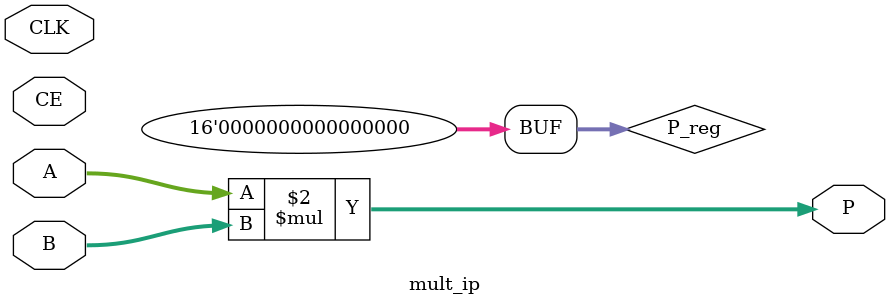
<source format=v>
`timescale 1ns / 1ps
module mult_ip(
    input  CLK,
    input  CE,
    input  signed [7:0] A,
    input  signed [7:0] B,
    output reg signed [15:0] P
);

reg signed [15:0] P_reg;
initial begin
    P=16'd0;
    P_reg=16'd0;
end
always @(*) begin
        P<= A * B;  // 第一拍计算结果
end

endmodule

</source>
